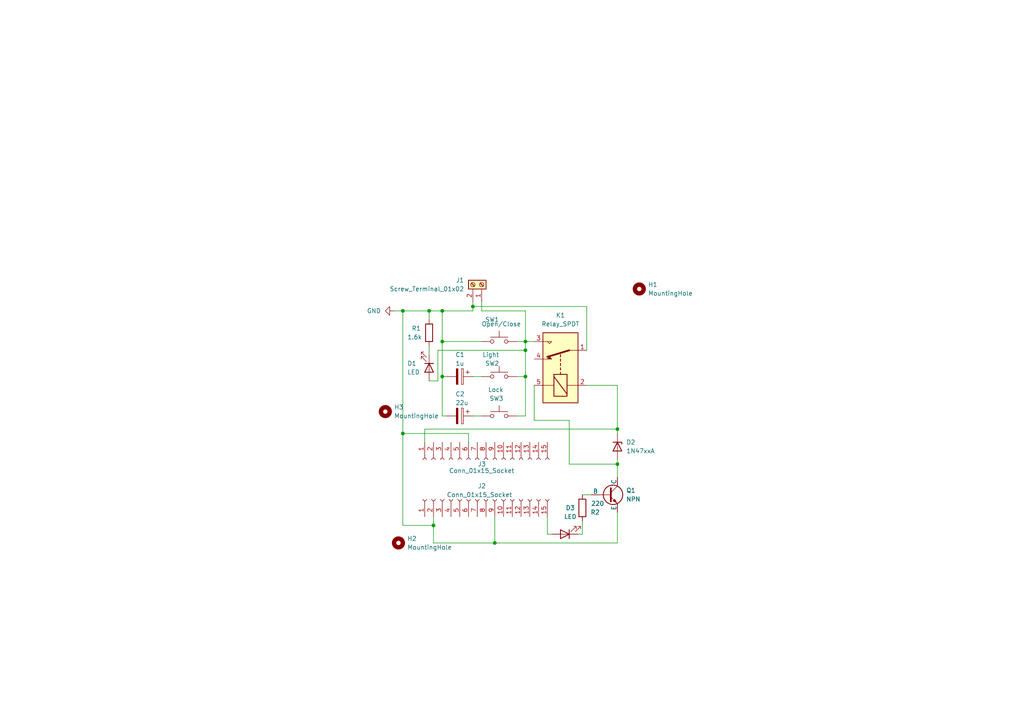
<source format=kicad_sch>
(kicad_sch (version 20230121) (generator eeschema)
  (paper "A4")
  (lib_symbols
    (symbol "Connector:Conn_01x15_Socket" (pin_names (offset 1.016) hide)
      (property "Reference" "J" (at 0 20.32 0))
      (property "Value" "Conn_01x15_Socket" (at 0 -20.32 0))
      (symbol "Conn_01x15_Socket_1_1"
        (arc (start 0 -17.272) (mid -0.5058 -17.78) (end 0 -18.288) (stroke (width 0.1524)))
        (arc (start 0 -14.732) (mid -0.5058 -15.24) (end 0 -15.748) (stroke (width 0.1524)))
        (arc (start 0 -12.192) (mid -0.5058 -12.7) (end 0 -13.208) (stroke (width 0.1524)))
        (arc (start 0 -9.652) (mid -0.5058 -10.16) (end 0 -10.668) (stroke (width 0.1524)))
        (arc (start 0 -7.112) (mid -0.5058 -7.62) (end 0 -8.128) (stroke (width 0.1524)))
        (arc (start 0 -4.572) (mid -0.5058 -5.08) (end 0 -5.588) (stroke (width 0.1524)))
        (arc (start 0 -2.032) (mid -0.5058 -2.54) (end 0 -3.048) (stroke (width 0.1524)))
        (polyline (pts (xy -1.27 -17.78) (xy -0.508 -17.78)) (stroke (width 0.1524)))
        (polyline (pts (xy -1.27 -15.24) (xy -0.508 -15.24)) (stroke (width 0.1524)))
        (polyline (pts (xy -1.27 -12.7) (xy -0.508 -12.7)) (stroke (width 0.1524)))
        (polyline (pts (xy -1.27 -10.16) (xy -0.508 -10.16)) (stroke (width 0.1524)))
        (polyline (pts (xy -1.27 -7.62) (xy -0.508 -7.62)) (stroke (width 0.1524)))
        (polyline (pts (xy -1.27 -5.08) (xy -0.508 -5.08)) (stroke (width 0.1524)))
        (polyline (pts (xy -1.27 -2.54) (xy -0.508 -2.54)) (stroke (width 0.1524)))
        (polyline (pts (xy -1.27 0) (xy -0.508 0)) (stroke (width 0.1524)))
        (polyline (pts (xy -1.27 2.54) (xy -0.508 2.54)) (stroke (width 0.1524)))
        (polyline (pts (xy -1.27 5.08) (xy -0.508 5.08)) (stroke (width 0.1524)))
        (polyline (pts (xy -1.27 7.62) (xy -0.508 7.62)) (stroke (width 0.1524)))
        (polyline (pts (xy -1.27 10.16) (xy -0.508 10.16)) (stroke (width 0.1524)))
        (polyline (pts (xy -1.27 12.7) (xy -0.508 12.7)) (stroke (width 0.1524)))
        (polyline (pts (xy -1.27 15.24) (xy -0.508 15.24)) (stroke (width 0.1524)))
        (polyline (pts (xy -1.27 17.78) (xy -0.508 17.78)) (stroke (width 0.1524)))
        (arc (start 0 0.508) (mid -0.5058 0) (end 0 -0.508) (stroke (width 0.1524)))
        (arc (start 0 3.048) (mid -0.5058 2.54) (end 0 2.032) (stroke (width 0.1524)))
        (arc (start 0 5.588) (mid -0.5058 5.08) (end 0 4.572) (stroke (width 0.1524)))
        (arc (start 0 8.128) (mid -0.5058 7.62) (end 0 7.112) (stroke (width 0.1524)))
        (arc (start 0 10.668) (mid -0.5058 10.16) (end 0 9.652) (stroke (width 0.1524)))
        (arc (start 0 13.208) (mid -0.5058 12.7) (end 0 12.192) (stroke (width 0.1524)))
        (arc (start 0 15.748) (mid -0.5058 15.24) (end 0 14.732) (stroke (width 0.1524)))
        (arc (start 0 18.288) (mid -0.5058 17.78) (end 0 17.272) (stroke (width 0.1524)))
        (pin passive line (at -5.08 17.78 0) (length 3.81) (name "Pin_1") (number "1"))
        (pin passive line (at -5.08 -5.08 0) (length 3.81) (name "Pin_10") (number "10"))
        (pin passive line (at -5.08 -7.62 0) (length 3.81) (name "Pin_11") (number "11"))
        (pin passive line (at -5.08 -10.16 0) (length 3.81) (name "Pin_12") (number "12"))
        (pin passive line (at -5.08 -12.7 0) (length 3.81) (name "Pin_13") (number "13"))
        (pin passive line (at -5.08 -15.24 0) (length 3.81) (name "Pin_14") (number "14"))
        (pin passive line (at -5.08 -17.78 0) (length 3.81) (name "Pin_15") (number "15"))
        (pin passive line (at -5.08 15.24 0) (length 3.81) (name "Pin_2") (number "2"))
        (pin passive line (at -5.08 12.7 0) (length 3.81) (name "Pin_3") (number "3"))
        (pin passive line (at -5.08 10.16 0) (length 3.81) (name "Pin_4") (number "4"))
        (pin passive line (at -5.08 7.62 0) (length 3.81) (name "Pin_5") (number "5"))
        (pin passive line (at -5.08 5.08 0) (length 3.81) (name "Pin_6") (number "6"))
        (pin passive line (at -5.08 2.54 0) (length 3.81) (name "Pin_7") (number "7"))
        (pin passive line (at -5.08 0 0) (length 3.81) (name "Pin_8") (number "8"))
        (pin passive line (at -5.08 -2.54 0) (length 3.81) (name "Pin_9") (number "9"))
      )
    )
    (symbol "Connector:Screw_Terminal_01x02" (pin_names (offset 1.016) hide)
      (property "Reference" "J" (at 0 2.54 0))
      (property "Value" "Screw_Terminal_01x02" (at 0 -5.08 0))
      (symbol "Screw_Terminal_01x02_1_1"
        (rectangle (start -1.27 1.27) (end 1.27 -3.81) (stroke (width 0.254)) (fill (type background)))
        (circle (center 0 -2.54) (radius 0.635) (stroke (width 0.1524)))
        (polyline (pts (xy -0.5334 -2.2098) (xy 0.3302 -3.048)) (stroke (width 0.1524)))
        (polyline (pts (xy -0.5334 0.3302) (xy 0.3302 -0.508)) (stroke (width 0.1524)))
        (polyline (pts (xy -0.3556 -2.032) (xy 0.508 -2.8702)) (stroke (width 0.1524)))
        (polyline (pts (xy -0.3556 0.508) (xy 0.508 -0.3302)) (stroke (width 0.1524)))
        (circle (center 0 0) (radius 0.635) (stroke (width 0.1524)))
        (pin passive line (at -5.08 0 0) (length 3.81) (name "Pin_1") (number "1"))
        (pin passive line (at -5.08 -2.54 0) (length 3.81) (name "Pin_2") (number "2"))
      )
    )
    (symbol "Device:C_Polarized" (pin_numbers hide) (pin_names (offset 0.254))
      (property "Reference" "C" (at 0.635 2.54 0))
      (property "Value" "C_Polarized" (at 0.635 -2.54 0))
      (symbol "C_Polarized_0_1"
        (rectangle (start -2.286 0.508) (end 2.286 1.016))
        (polyline (pts (xy -1.778 2.286) (xy -0.762 2.286)))
        (polyline (pts (xy -1.27 2.794) (xy -1.27 1.778)))
        (rectangle (start 2.286 -0.508) (end -2.286 -1.016) (fill (type outline)))
      )
      (symbol "C_Polarized_1_1"
        (pin passive line (at 0 3.81 270) (length 2.794) (name "~") (number "1"))
        (pin passive line (at 0 -3.81 90) (length 2.794) (name "~") (number "2"))
      )
    )
    (symbol "Device:LED" (pin_numbers hide) (pin_names (offset 1.016) hide)
      (property "Reference" "D" (at 0 2.54 0))
      (property "Value" "LED" (at 0 -2.54 0))
      (symbol "LED_0_1"
        (polyline (pts (xy -1.27 -1.27) (xy -1.27 1.27)) (stroke (width 0.254)))
        (polyline (pts (xy -1.27 0) (xy 1.27 0)))
        (polyline (pts (xy 1.27 -1.27) (xy 1.27 1.27) (xy -1.27 0) (xy 1.27 -1.27)) (stroke (width 0.254)))
        (polyline (pts (xy -3.048 -0.762) (xy -4.572 -2.286) (xy -3.81 -2.286) (xy -4.572 -2.286) (xy -4.572 -1.524)))
        (polyline (pts (xy -1.778 -0.762) (xy -3.302 -2.286) (xy -2.54 -2.286) (xy -3.302 -2.286) (xy -3.302 -1.524)))
      )
      (symbol "LED_1_1"
        (pin passive line (at -3.81 0 0) (length 2.54) (name "K") (number "1"))
        (pin passive line (at 3.81 0 180) (length 2.54) (name "A") (number "2"))
      )
    )
    (symbol "Device:R" (pin_numbers hide) (pin_names (offset 0))
      (property "Reference" "R" (at 2.032 0 90))
      (property "Value" "R" (at 0 0 90))
      (symbol "R_0_1"
        (rectangle (start -1.016 -2.54) (end 1.016 2.54) (stroke (width 0.254)))
      )
      (symbol "R_1_1"
        (pin passive line (at 0 3.81 270) (length 1.27) (name "~") (number "1"))
        (pin passive line (at 0 -3.81 90) (length 1.27) (name "~") (number "2"))
      )
    )
    (symbol "Diode:1N47xxA" (pin_numbers hide) (pin_names hide)
      (property "Reference" "D" (at 0 2.54 0))
      (property "Value" "1N47xxA" (at 0 -2.54 0))
      (symbol "1N47xxA_0_1"
        (polyline (pts (xy 1.27 0) (xy -1.27 0)))
        (polyline (pts (xy -1.27 -1.27) (xy -1.27 1.27) (xy -0.762 1.27)) (stroke (width 0.254)))
        (polyline (pts (xy 1.27 -1.27) (xy 1.27 1.27) (xy -1.27 0) (xy 1.27 -1.27)) (stroke (width 0.254)))
      )
      (symbol "1N47xxA_1_1"
        (pin passive line (at -3.81 0 0) (length 2.54) (name "K") (number "1"))
        (pin passive line (at 3.81 0 180) (length 2.54) (name "A") (number "2"))
      )
    )
    (symbol "Mechanical:MountingHole" (pin_names (offset 1.016))
      (property "Reference" "H" (at 0 5.08 0))
      (property "Value" "MountingHole" (at 0 3.175 0))
      (symbol "MountingHole_0_1"
        (circle (center 0 0) (radius 1.27) (stroke (width 1.27)))
      )
    )
    (symbol "Relay:Relay_SPDT"
      (property "Reference" "K1" (at 15.24 0 90))
      (property "Value" "Relay_SPDT" (at 12.7 0 90))
      (symbol "Relay_SPDT_0_0"
        (polyline (pts (xy 7.62 5.08) (xy 7.62 2.54) (xy 6.985 3.175) (xy 7.62 3.81)))
      )
      (symbol "Relay_SPDT_0_1"
        (rectangle (start -10.16 5.08) (end 10.16 -5.08) (stroke (width 0.254)) (fill (type background)))
        (rectangle (start -8.255 1.905) (end -1.905 -1.905) (stroke (width 0.254)))
        (polyline (pts (xy -7.62 -1.905) (xy -2.54 1.905)) (stroke (width 0.254)))
        (polyline (pts (xy -5.08 -5.08) (xy -5.08 -1.905)))
        (polyline (pts (xy -5.08 5.08) (xy -5.08 1.905)))
        (polyline (pts (xy -1.905 0) (xy -1.27 0)) (stroke (width 0.254)))
        (polyline (pts (xy -0.635 0) (xy 0 0)) (stroke (width 0.254)))
        (polyline (pts (xy 0.635 0) (xy 1.27 0)) (stroke (width 0.254)))
        (polyline (pts (xy 1.905 0) (xy 2.54 0)) (stroke (width 0.254)))
        (polyline (pts (xy 3.175 0) (xy 3.81 0)) (stroke (width 0.254)))
        (polyline (pts (xy 5.08 -2.54) (xy 3.175 3.81)) (stroke (width 0.508)))
        (polyline (pts (xy 5.08 -2.54) (xy 5.08 -5.08)))
        (polyline (pts (xy 2.54 5.08) (xy 2.54 2.54) (xy 3.175 3.175) (xy 2.54 3.81)) (fill (type outline)))
      )
      (symbol "Relay_SPDT_1_1"
        (pin passive line (at 5.08 -7.62 90) (length 2.54) (name "~") (number "1"))
        (pin passive line (at -5.08 -7.62 90) (length 2.54) (name "~") (number "2"))
        (pin bidirectional line (at 7.62 7.62 270) (length 2.54) (name "~") (number "3"))
        (pin passive line (at 2.54 7.62 270) (length 2.54) (name "~") (number "4"))
        (pin passive line (at -5.08 7.62 270) (length 2.54) (name "~") (number "5"))
      )
    )
    (symbol "Simulation_SPICE:NPN" (pin_numbers hide) (pin_names (offset 0))
      (property "Reference" "Q1" (at 5.08 1.27 0))
      (property "Value" "NPN" (at 5.08 -1.27 0))
      (symbol "NPN_0_1"
        (polyline (pts (xy -2.54 0) (xy 0.635 0)) (stroke (width 0.1524)))
        (polyline (pts (xy 0.635 0.635) (xy 2.54 2.54)))
        (polyline (pts (xy 2.794 -1.27) (xy 2.794 -1.27)) (stroke (width 0.1524)))
        (polyline (pts (xy 2.794 -1.27) (xy 2.794 -1.27)) (stroke (width 0.1524)))
        (polyline (pts (xy 0.635 -0.635) (xy 2.54 -2.54) (xy 2.54 -2.54)))
        (polyline (pts (xy 0.635 1.905) (xy 0.635 -1.905) (xy 0.635 -1.905)) (stroke (width 0.508)))
        (polyline (pts (xy 1.27 -1.778) (xy 1.778 -1.27) (xy 2.286 -2.286) (xy 1.27 -1.778) (xy 1.27 -1.778)) (fill (type outline)))
        (circle (center 1.27 0) (radius 2.8194) (stroke (width 0.254)))
      )
      (symbol "NPN_1_1"
        (pin input line (at -5.08 0 0) (length 2.54) (name "B") (number "1"))
        (pin open_emitter line (at 2.54 -5.08 90) (length 2.54) (name "E") (number "2"))
        (pin open_collector line (at 2.54 5.08 270) (length 2.54) (name "C") (number "3"))
      )
    )
    (symbol "Switch:SW_Push" (pin_numbers hide) (pin_names (offset 1.016) hide)
      (property "Reference" "SW" (at 1.27 2.54 0))
      (property "Value" "SW_Push" (at 0 -1.524 0))
      (symbol "SW_Push_0_1"
        (circle (center -2.032 0) (radius 0.508))
        (polyline (pts (xy 0 1.27) (xy 0 3.048)))
        (polyline (pts (xy 2.54 1.27) (xy -2.54 1.27)))
        (circle (center 2.032 0) (radius 0.508))
        (pin passive line (at -5.08 0 0) (length 2.54) (name "1") (number "1"))
        (pin passive line (at 5.08 0 180) (length 2.54) (name "2") (number "2"))
      )
    )
    (symbol "power:GND" (power) (pin_names (offset 0))
      (property "Value" "GND" (at 0 -3.81 0))
      (symbol "GND_0_1"
        (polyline (pts (xy 0 0) (xy 0 -1.27) (xy 1.27 -1.27) (xy 0 -2.54) (xy -1.27 -1.27) (xy 0 -1.27)))
      )
      (symbol "GND_1_1"
        (pin power_in line (at 0 0 270) (length 0) hide (name "GND") (number "1"))
      )
    )
  )
  (junction (at 179.07 124.46))
  (junction (at 137.16 88.9))
  (junction (at 125.73 152.4))
  (junction (at 152.4 101.6))
  (junction (at 152.4 99.06))
  (junction (at 124.46 90.17))
  (junction (at 116.84 90.17))
  (junction (at 116.84 125.73))
  (junction (at 128.27 90.17))
  (junction (at 128.27 109.22))
  (junction (at 128.27 99.06))
  (junction (at 152.4 109.22))
  (junction (at 143.51 157.48))
  (junction (at 179.07 134.62))
  (wire (pts (xy 179.07 124.46) (xy 179.07 125.73)))
  (wire (pts (xy 124.46 110.49) (xy 127 110.49)))
  (wire (pts (xy 128.27 109.22) (xy 128.27 120.65)))
  (wire (pts (xy 168.91 154.94) (xy 168.91 151.13)))
  (wire (pts (xy 124.46 100.33) (xy 124.46 102.87)))
  (wire (pts (xy 137.16 87.63) (xy 137.16 88.9)))
  (wire (pts (xy 152.4 99.06) (xy 152.4 101.6)))
  (wire (pts (xy 128.27 90.17) (xy 137.16 90.17)))
  (wire (pts (xy 152.4 90.17) (xy 139.7 90.17)))
  (wire (pts (xy 128.27 109.22) (xy 129.54 109.22)))
  (wire (pts (xy 179.07 111.76) (xy 179.07 124.46)))
  (wire (pts (xy 158.75 154.94) (xy 158.75 149.86)))
  (wire (pts (xy 152.4 120.65) (xy 152.4 109.22)))
  (wire (pts (xy 149.86 120.65) (xy 152.4 120.65)))
  (wire (pts (xy 143.51 157.48) (xy 125.73 157.48)))
  (wire (pts (xy 125.73 149.86) (xy 125.73 152.4)))
  (wire (pts (xy 137.16 120.65) (xy 139.7 120.65)))
  (wire (pts (xy 154.94 111.76) (xy 154.94 121.92)))
  (wire (pts (xy 116.84 125.73) (xy 116.84 90.17)))
  (wire (pts (xy 152.4 90.17) (xy 152.4 99.06)))
  (wire (pts (xy 125.73 157.48) (xy 125.73 152.4)))
  (wire (pts (xy 116.84 152.4) (xy 116.84 125.73)))
  (wire (pts (xy 152.4 99.06) (xy 149.86 99.06)))
  (wire (pts (xy 139.7 87.63) (xy 139.7 90.17)))
  (wire (pts (xy 114.3 90.17) (xy 116.84 90.17)))
  (wire (pts (xy 124.46 90.17) (xy 124.46 92.71)))
  (wire (pts (xy 135.89 125.73) (xy 116.84 125.73)))
  (wire (pts (xy 179.07 148.59) (xy 179.07 157.48)))
  (wire (pts (xy 170.18 101.6) (xy 170.18 88.9)))
  (wire (pts (xy 179.07 133.35) (xy 179.07 134.62)))
  (wire (pts (xy 160.02 154.94) (xy 158.75 154.94)))
  (wire (pts (xy 128.27 99.06) (xy 139.7 99.06)))
  (wire (pts (xy 123.19 124.46) (xy 123.19 128.27)))
  (wire (pts (xy 179.07 134.62) (xy 179.07 138.43)))
  (wire (pts (xy 154.94 121.92) (xy 165.1 121.92)))
  (wire (pts (xy 167.64 154.94) (xy 168.91 154.94)))
  (wire (pts (xy 128.27 90.17) (xy 128.27 99.06)))
  (wire (pts (xy 179.07 124.46) (xy 123.19 124.46)))
  (wire (pts (xy 137.16 109.22) (xy 139.7 109.22)))
  (wire (pts (xy 168.91 143.51) (xy 171.45 143.51)))
  (wire (pts (xy 135.89 128.27) (xy 135.89 125.73)))
  (wire (pts (xy 128.27 99.06) (xy 128.27 109.22)))
  (wire (pts (xy 125.73 152.4) (xy 116.84 152.4)))
  (wire (pts (xy 129.54 120.65) (xy 128.27 120.65)))
  (wire (pts (xy 149.86 109.22) (xy 152.4 109.22)))
  (wire (pts (xy 127 110.49) (xy 127 101.6)))
  (wire (pts (xy 165.1 121.92) (xy 165.1 134.62)))
  (wire (pts (xy 165.1 134.62) (xy 179.07 134.62)))
  (wire (pts (xy 127 101.6) (xy 152.4 101.6)))
  (wire (pts (xy 152.4 99.06) (xy 154.94 99.06)))
  (wire (pts (xy 170.18 111.76) (xy 179.07 111.76)))
  (wire (pts (xy 179.07 157.48) (xy 143.51 157.48)))
  (wire (pts (xy 124.46 90.17) (xy 128.27 90.17)))
  (wire (pts (xy 152.4 101.6) (xy 152.4 109.22)))
  (wire (pts (xy 137.16 88.9) (xy 137.16 90.17)))
  (wire (pts (xy 143.51 149.86) (xy 143.51 157.48)))
  (wire (pts (xy 137.16 88.9) (xy 170.18 88.9)))
  (wire (pts (xy 116.84 90.17) (xy 124.46 90.17)))
  (symbol (lib_id "Mechanical:MountingHole") (at 111.76 119.38 0) (unit 1)
    (property "Reference" "H3" (at 114.3 118.11 0) (effects (justify left)))
    (property "Value" "MountingHole" (at 114.3 120.65 0) (effects (justify left)))
    (property "Footprint" "MountingHole:MountingHole_3.2mm_M3_Pad_TopOnly" (effects hide))
  )
  (symbol (lib_id "Relay:Relay_SPDT") (at 162.56 106.68 90) (unit 1)
    (property "Reference" "K1" (at 162.56 91.44 90))
    (property "Value" "Relay_SPDT" (at 162.56 93.98 90))
    (property "Footprint" "Relay_THT:Relay_SPDT_Omron-G5LE-1" (effects hide))
  )
  (symbol (lib_id "power:GND") (at 114.3 90.17 270) (unit 1)
    (property "Reference" "#PWR01" (effects hide))
    (property "Value" "GND" (at 110.49 90.17 90) (effects (justify right)))
  )
  (symbol (lib_id "Connector:Conn_01x15_Socket") (at 140.97 133.35 90) (mirror x) (unit 1)
    (property "Reference" "J3" (at 140.97 134.62 90) (effects (justify left)))
    (property "Value" "Conn_01x15_Socket" (at 149.225 136.525 90) (effects (justify left)))
    (property "Footprint" "Connector_PinSocket_2.54mm:PinSocket_1x15_P2.54mm_Vertical" (effects hide))
  )
  (symbol (lib_id "Device:R") (at 168.91 147.32 180) (unit 1)
    (property "Reference" "R2" (at 173.99 148.59 0) (effects (justify left)))
    (property "Value" "220" (at 175.26 146.05 0) (effects (justify left)))
    (property "Footprint" "Resistor_THT:R_Axial_DIN0207_L6.3mm_D2.5mm_P10.16mm_Horizontal" (effects hide))
  )
  (symbol (lib_id "Device:LED") (at 163.83 154.94 180) (unit 1)
    (property "Reference" "D3" (at 165.4175 147.32 0))
    (property "Value" "LED" (at 165.4175 149.86 0))
    (property "Footprint" "LED_THT:LED_D3.0mm" (effects hide))
  )
  (symbol (lib_id "Diode:1N47xxA") (at 179.07 129.54 270) (unit 1)
    (property "Reference" "D2" (at 181.61 128.27 90) (effects (justify left)))
    (property "Value" "1N47xxA" (at 181.61 130.81 90) (effects (justify left)))
    (property "Footprint" "Diode_THT:D_DO-41_SOD81_P10.16mm_Horizontal" (effects hide))
    (property "Datasheet" "https://www.vishay.com/docs/85816/1n4728a.pdf" (effects hide))
  )
  (symbol (lib_id "Switch:SW_Push") (at 144.78 99.06 0) (unit 1)
    (property "Reference" "SW1" (at 144.78 92.71 0) (effects (justify right)))
    (property "Value" "Open/Close" (at 151.13 93.98 0) (effects (justify right)))
    (property "Footprint" "Button_Switch_THT:SW_PUSH_6mm" (effects hide))
  )
  (symbol (lib_id "Simulation_SPICE:NPN") (at 176.53 143.51 0) (unit 1)
    (property "Reference" "Q1" (at 181.61 142.24 0) (effects (justify left)))
    (property "Value" "NPN" (at 181.61 144.78 0) (effects (justify left)))
    (property "Footprint" "Package_TO_SOT_SMD:SOT-23" (effects hide))
    (property "Sim.Device" "NPN" (effects hide))
    (property "Sim.Type" "GUMMELPOON" (effects hide))
    (property "Sim.Pins" "1=C 2=B 3=E" (effects hide))
  )
  (symbol (lib_id "Device:LED") (at 124.46 106.68 270) (unit 1)
    (property "Reference" "D1" (at 118.11 105.41 90) (effects (justify left)))
    (property "Value" "LED" (at 118.11 107.95 90) (effects (justify left)))
    (property "Footprint" "LED_THT:LED_D3.0mm" (effects hide))
  )
  (symbol (lib_id "Device:C_Polarized") (at 133.35 120.65 270) (unit 1)
    (property "Reference" "C2" (at 132.08 114.3 90) (effects (justify left)))
    (property "Value" "22u" (at 132.08 116.84 90) (effects (justify left)))
    (property "Footprint" "Capacitor_THT:CP_Radial_D6.3mm_P2.50mm" (effects hide))
  )
  (symbol (lib_id "Device:R") (at 124.46 96.52 0) (unit 1)
    (property "Reference" "R1" (at 119.38 95.25 0) (effects (justify left)))
    (property "Value" "1.6k" (at 118.11 97.79 0) (effects (justify left)))
    (property "Footprint" "Resistor_THT:R_Axial_DIN0207_L6.3mm_D2.5mm_P10.16mm_Horizontal" (effects hide))
  )
  (symbol (lib_id "Device:C_Polarized") (at 133.35 109.22 270) (unit 1)
    (property "Reference" "C1" (at 132.08 102.87 90) (effects (justify left)))
    (property "Value" "1u" (at 132.08 105.41 90) (effects (justify left)))
    (property "Footprint" "Capacitor_THT:CP_Radial_D6.3mm_P2.50mm" (effects hide))
  )
  (symbol (lib_id "Mechanical:MountingHole") (at 185.42 83.82 0) (unit 1)
    (property "Reference" "H1" (at 187.96 82.55 0) (effects (justify left)))
    (property "Value" "MountingHole" (at 187.96 85.09 0) (effects (justify left)))
    (property "Footprint" "MountingHole:MountingHole_3.2mm_M3_Pad_TopOnly" (effects hide))
  )
  (symbol (lib_id "Switch:SW_Push") (at 144.78 120.65 0) (unit 1)
    (property "Reference" "SW3" (at 146.05 115.57 0) (effects (justify right)))
    (property "Value" "Lock" (at 146.05 113.03 0) (effects (justify right)))
    (property "Footprint" "Button_Switch_THT:SW_PUSH_6mm" (effects hide))
  )
  (symbol (lib_id "Connector:Conn_01x15_Socket") (at 140.97 144.78 90) (unit 1)
    (property "Reference" "J2" (at 140.97 140.97 90) (effects (justify left)))
    (property "Value" "Conn_01x15_Socket" (at 148.59 143.51 90) (effects (justify left)))
    (property "Footprint" "Connector_PinSocket_2.54mm:PinSocket_1x15_P2.54mm_Vertical" (effects hide))
  )
  (symbol (lib_id "Switch:SW_Push") (at 144.78 109.22 0) (unit 1)
    (property "Reference" "SW2" (at 144.78 105.41 0) (effects (justify right)))
    (property "Value" "Light" (at 144.78 102.87 0) (effects (justify right)))
    (property "Footprint" "Button_Switch_THT:SW_PUSH_6mm" (effects hide))
  )
  (symbol (lib_id "Connector:Screw_Terminal_01x02") (at 139.7 82.55 270) (mirror x) (unit 1)
    (property "Reference" "J1" (at 134.62 81.28 90) (effects (justify right)))
    (property "Value" "Screw_Terminal_01x02" (at 134.62 83.82 90) (effects (justify right)))
    (property "Footprint" "TerminalBlock_Phoenix:TerminalBlock_Phoenix_MKDS-1,5-2-5.08_1x02_P5.08mm_Horizontal" (effects hide))
  )
  (symbol (lib_id "Mechanical:MountingHole") (at 115.57 157.48 0) (unit 1)
    (property "Reference" "H2" (at 118.11 156.21 0) (effects (justify left)))
    (property "Value" "MountingHole" (at 118.11 158.75 0) (effects (justify left)))
    (property "Footprint" "MountingHole:MountingHole_3.2mm_M3_Pad_TopOnly" (effects hide))
  )
)
</source>
